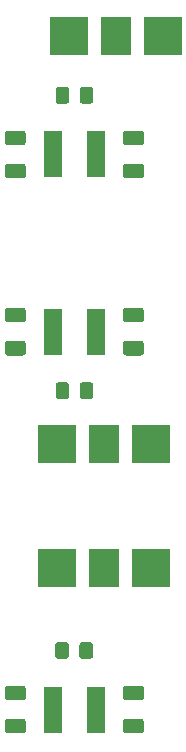
<source format=gbr>
G04 #@! TF.GenerationSoftware,KiCad,Pcbnew,(5.1.5)-3*
G04 #@! TF.CreationDate,2020-06-27T22:24:07+10:00*
G04 #@! TF.ProjectId,external_psu,65787465-726e-4616-9c5f-7073752e6b69,1.0.0*
G04 #@! TF.SameCoordinates,Original*
G04 #@! TF.FileFunction,Paste,Top*
G04 #@! TF.FilePolarity,Positive*
%FSLAX46Y46*%
G04 Gerber Fmt 4.6, Leading zero omitted, Abs format (unit mm)*
G04 Created by KiCad (PCBNEW (5.1.5)-3) date 2020-06-27 22:24:07*
%MOMM*%
%LPD*%
G04 APERTURE LIST*
%ADD10C,0.100000*%
%ADD11R,3.180000X3.180000*%
%ADD12R,2.590000X3.180000*%
%ADD13R,1.498600X3.987800*%
G04 APERTURE END LIST*
D10*
G36*
X172649504Y-68276204D02*
G01*
X172673773Y-68279804D01*
X172697571Y-68285765D01*
X172720671Y-68294030D01*
X172742849Y-68304520D01*
X172763893Y-68317133D01*
X172783598Y-68331747D01*
X172801777Y-68348223D01*
X172818253Y-68366402D01*
X172832867Y-68386107D01*
X172845480Y-68407151D01*
X172855970Y-68429329D01*
X172864235Y-68452429D01*
X172870196Y-68476227D01*
X172873796Y-68500496D01*
X172875000Y-68525000D01*
X172875000Y-69275000D01*
X172873796Y-69299504D01*
X172870196Y-69323773D01*
X172864235Y-69347571D01*
X172855970Y-69370671D01*
X172845480Y-69392849D01*
X172832867Y-69413893D01*
X172818253Y-69433598D01*
X172801777Y-69451777D01*
X172783598Y-69468253D01*
X172763893Y-69482867D01*
X172742849Y-69495480D01*
X172720671Y-69505970D01*
X172697571Y-69514235D01*
X172673773Y-69520196D01*
X172649504Y-69523796D01*
X172625000Y-69525000D01*
X171375000Y-69525000D01*
X171350496Y-69523796D01*
X171326227Y-69520196D01*
X171302429Y-69514235D01*
X171279329Y-69505970D01*
X171257151Y-69495480D01*
X171236107Y-69482867D01*
X171216402Y-69468253D01*
X171198223Y-69451777D01*
X171181747Y-69433598D01*
X171167133Y-69413893D01*
X171154520Y-69392849D01*
X171144030Y-69370671D01*
X171135765Y-69347571D01*
X171129804Y-69323773D01*
X171126204Y-69299504D01*
X171125000Y-69275000D01*
X171125000Y-68525000D01*
X171126204Y-68500496D01*
X171129804Y-68476227D01*
X171135765Y-68452429D01*
X171144030Y-68429329D01*
X171154520Y-68407151D01*
X171167133Y-68386107D01*
X171181747Y-68366402D01*
X171198223Y-68348223D01*
X171216402Y-68331747D01*
X171236107Y-68317133D01*
X171257151Y-68304520D01*
X171279329Y-68294030D01*
X171302429Y-68285765D01*
X171326227Y-68279804D01*
X171350496Y-68276204D01*
X171375000Y-68275000D01*
X172625000Y-68275000D01*
X172649504Y-68276204D01*
G37*
G36*
X172649504Y-65476204D02*
G01*
X172673773Y-65479804D01*
X172697571Y-65485765D01*
X172720671Y-65494030D01*
X172742849Y-65504520D01*
X172763893Y-65517133D01*
X172783598Y-65531747D01*
X172801777Y-65548223D01*
X172818253Y-65566402D01*
X172832867Y-65586107D01*
X172845480Y-65607151D01*
X172855970Y-65629329D01*
X172864235Y-65652429D01*
X172870196Y-65676227D01*
X172873796Y-65700496D01*
X172875000Y-65725000D01*
X172875000Y-66475000D01*
X172873796Y-66499504D01*
X172870196Y-66523773D01*
X172864235Y-66547571D01*
X172855970Y-66570671D01*
X172845480Y-66592849D01*
X172832867Y-66613893D01*
X172818253Y-66633598D01*
X172801777Y-66651777D01*
X172783598Y-66668253D01*
X172763893Y-66682867D01*
X172742849Y-66695480D01*
X172720671Y-66705970D01*
X172697571Y-66714235D01*
X172673773Y-66720196D01*
X172649504Y-66723796D01*
X172625000Y-66725000D01*
X171375000Y-66725000D01*
X171350496Y-66723796D01*
X171326227Y-66720196D01*
X171302429Y-66714235D01*
X171279329Y-66705970D01*
X171257151Y-66695480D01*
X171236107Y-66682867D01*
X171216402Y-66668253D01*
X171198223Y-66651777D01*
X171181747Y-66633598D01*
X171167133Y-66613893D01*
X171154520Y-66592849D01*
X171144030Y-66570671D01*
X171135765Y-66547571D01*
X171129804Y-66523773D01*
X171126204Y-66499504D01*
X171125000Y-66475000D01*
X171125000Y-65725000D01*
X171126204Y-65700496D01*
X171129804Y-65676227D01*
X171135765Y-65652429D01*
X171144030Y-65629329D01*
X171154520Y-65607151D01*
X171167133Y-65586107D01*
X171181747Y-65566402D01*
X171198223Y-65548223D01*
X171216402Y-65531747D01*
X171236107Y-65517133D01*
X171257151Y-65504520D01*
X171279329Y-65494030D01*
X171302429Y-65485765D01*
X171326227Y-65479804D01*
X171350496Y-65476204D01*
X171375000Y-65475000D01*
X172625000Y-65475000D01*
X172649504Y-65476204D01*
G37*
G36*
X172649504Y-83276204D02*
G01*
X172673773Y-83279804D01*
X172697571Y-83285765D01*
X172720671Y-83294030D01*
X172742849Y-83304520D01*
X172763893Y-83317133D01*
X172783598Y-83331747D01*
X172801777Y-83348223D01*
X172818253Y-83366402D01*
X172832867Y-83386107D01*
X172845480Y-83407151D01*
X172855970Y-83429329D01*
X172864235Y-83452429D01*
X172870196Y-83476227D01*
X172873796Y-83500496D01*
X172875000Y-83525000D01*
X172875000Y-84275000D01*
X172873796Y-84299504D01*
X172870196Y-84323773D01*
X172864235Y-84347571D01*
X172855970Y-84370671D01*
X172845480Y-84392849D01*
X172832867Y-84413893D01*
X172818253Y-84433598D01*
X172801777Y-84451777D01*
X172783598Y-84468253D01*
X172763893Y-84482867D01*
X172742849Y-84495480D01*
X172720671Y-84505970D01*
X172697571Y-84514235D01*
X172673773Y-84520196D01*
X172649504Y-84523796D01*
X172625000Y-84525000D01*
X171375000Y-84525000D01*
X171350496Y-84523796D01*
X171326227Y-84520196D01*
X171302429Y-84514235D01*
X171279329Y-84505970D01*
X171257151Y-84495480D01*
X171236107Y-84482867D01*
X171216402Y-84468253D01*
X171198223Y-84451777D01*
X171181747Y-84433598D01*
X171167133Y-84413893D01*
X171154520Y-84392849D01*
X171144030Y-84370671D01*
X171135765Y-84347571D01*
X171129804Y-84323773D01*
X171126204Y-84299504D01*
X171125000Y-84275000D01*
X171125000Y-83525000D01*
X171126204Y-83500496D01*
X171129804Y-83476227D01*
X171135765Y-83452429D01*
X171144030Y-83429329D01*
X171154520Y-83407151D01*
X171167133Y-83386107D01*
X171181747Y-83366402D01*
X171198223Y-83348223D01*
X171216402Y-83331747D01*
X171236107Y-83317133D01*
X171257151Y-83304520D01*
X171279329Y-83294030D01*
X171302429Y-83285765D01*
X171326227Y-83279804D01*
X171350496Y-83276204D01*
X171375000Y-83275000D01*
X172625000Y-83275000D01*
X172649504Y-83276204D01*
G37*
G36*
X172649504Y-80476204D02*
G01*
X172673773Y-80479804D01*
X172697571Y-80485765D01*
X172720671Y-80494030D01*
X172742849Y-80504520D01*
X172763893Y-80517133D01*
X172783598Y-80531747D01*
X172801777Y-80548223D01*
X172818253Y-80566402D01*
X172832867Y-80586107D01*
X172845480Y-80607151D01*
X172855970Y-80629329D01*
X172864235Y-80652429D01*
X172870196Y-80676227D01*
X172873796Y-80700496D01*
X172875000Y-80725000D01*
X172875000Y-81475000D01*
X172873796Y-81499504D01*
X172870196Y-81523773D01*
X172864235Y-81547571D01*
X172855970Y-81570671D01*
X172845480Y-81592849D01*
X172832867Y-81613893D01*
X172818253Y-81633598D01*
X172801777Y-81651777D01*
X172783598Y-81668253D01*
X172763893Y-81682867D01*
X172742849Y-81695480D01*
X172720671Y-81705970D01*
X172697571Y-81714235D01*
X172673773Y-81720196D01*
X172649504Y-81723796D01*
X172625000Y-81725000D01*
X171375000Y-81725000D01*
X171350496Y-81723796D01*
X171326227Y-81720196D01*
X171302429Y-81714235D01*
X171279329Y-81705970D01*
X171257151Y-81695480D01*
X171236107Y-81682867D01*
X171216402Y-81668253D01*
X171198223Y-81651777D01*
X171181747Y-81633598D01*
X171167133Y-81613893D01*
X171154520Y-81592849D01*
X171144030Y-81570671D01*
X171135765Y-81547571D01*
X171129804Y-81523773D01*
X171126204Y-81499504D01*
X171125000Y-81475000D01*
X171125000Y-80725000D01*
X171126204Y-80700496D01*
X171129804Y-80676227D01*
X171135765Y-80652429D01*
X171144030Y-80629329D01*
X171154520Y-80607151D01*
X171167133Y-80586107D01*
X171181747Y-80566402D01*
X171198223Y-80548223D01*
X171216402Y-80531747D01*
X171236107Y-80517133D01*
X171257151Y-80504520D01*
X171279329Y-80494030D01*
X171302429Y-80485765D01*
X171326227Y-80479804D01*
X171350496Y-80476204D01*
X171375000Y-80475000D01*
X172625000Y-80475000D01*
X172649504Y-80476204D01*
G37*
G36*
X172649504Y-115276204D02*
G01*
X172673773Y-115279804D01*
X172697571Y-115285765D01*
X172720671Y-115294030D01*
X172742849Y-115304520D01*
X172763893Y-115317133D01*
X172783598Y-115331747D01*
X172801777Y-115348223D01*
X172818253Y-115366402D01*
X172832867Y-115386107D01*
X172845480Y-115407151D01*
X172855970Y-115429329D01*
X172864235Y-115452429D01*
X172870196Y-115476227D01*
X172873796Y-115500496D01*
X172875000Y-115525000D01*
X172875000Y-116275000D01*
X172873796Y-116299504D01*
X172870196Y-116323773D01*
X172864235Y-116347571D01*
X172855970Y-116370671D01*
X172845480Y-116392849D01*
X172832867Y-116413893D01*
X172818253Y-116433598D01*
X172801777Y-116451777D01*
X172783598Y-116468253D01*
X172763893Y-116482867D01*
X172742849Y-116495480D01*
X172720671Y-116505970D01*
X172697571Y-116514235D01*
X172673773Y-116520196D01*
X172649504Y-116523796D01*
X172625000Y-116525000D01*
X171375000Y-116525000D01*
X171350496Y-116523796D01*
X171326227Y-116520196D01*
X171302429Y-116514235D01*
X171279329Y-116505970D01*
X171257151Y-116495480D01*
X171236107Y-116482867D01*
X171216402Y-116468253D01*
X171198223Y-116451777D01*
X171181747Y-116433598D01*
X171167133Y-116413893D01*
X171154520Y-116392849D01*
X171144030Y-116370671D01*
X171135765Y-116347571D01*
X171129804Y-116323773D01*
X171126204Y-116299504D01*
X171125000Y-116275000D01*
X171125000Y-115525000D01*
X171126204Y-115500496D01*
X171129804Y-115476227D01*
X171135765Y-115452429D01*
X171144030Y-115429329D01*
X171154520Y-115407151D01*
X171167133Y-115386107D01*
X171181747Y-115366402D01*
X171198223Y-115348223D01*
X171216402Y-115331747D01*
X171236107Y-115317133D01*
X171257151Y-115304520D01*
X171279329Y-115294030D01*
X171302429Y-115285765D01*
X171326227Y-115279804D01*
X171350496Y-115276204D01*
X171375000Y-115275000D01*
X172625000Y-115275000D01*
X172649504Y-115276204D01*
G37*
G36*
X172649504Y-112476204D02*
G01*
X172673773Y-112479804D01*
X172697571Y-112485765D01*
X172720671Y-112494030D01*
X172742849Y-112504520D01*
X172763893Y-112517133D01*
X172783598Y-112531747D01*
X172801777Y-112548223D01*
X172818253Y-112566402D01*
X172832867Y-112586107D01*
X172845480Y-112607151D01*
X172855970Y-112629329D01*
X172864235Y-112652429D01*
X172870196Y-112676227D01*
X172873796Y-112700496D01*
X172875000Y-112725000D01*
X172875000Y-113475000D01*
X172873796Y-113499504D01*
X172870196Y-113523773D01*
X172864235Y-113547571D01*
X172855970Y-113570671D01*
X172845480Y-113592849D01*
X172832867Y-113613893D01*
X172818253Y-113633598D01*
X172801777Y-113651777D01*
X172783598Y-113668253D01*
X172763893Y-113682867D01*
X172742849Y-113695480D01*
X172720671Y-113705970D01*
X172697571Y-113714235D01*
X172673773Y-113720196D01*
X172649504Y-113723796D01*
X172625000Y-113725000D01*
X171375000Y-113725000D01*
X171350496Y-113723796D01*
X171326227Y-113720196D01*
X171302429Y-113714235D01*
X171279329Y-113705970D01*
X171257151Y-113695480D01*
X171236107Y-113682867D01*
X171216402Y-113668253D01*
X171198223Y-113651777D01*
X171181747Y-113633598D01*
X171167133Y-113613893D01*
X171154520Y-113592849D01*
X171144030Y-113570671D01*
X171135765Y-113547571D01*
X171129804Y-113523773D01*
X171126204Y-113499504D01*
X171125000Y-113475000D01*
X171125000Y-112725000D01*
X171126204Y-112700496D01*
X171129804Y-112676227D01*
X171135765Y-112652429D01*
X171144030Y-112629329D01*
X171154520Y-112607151D01*
X171167133Y-112586107D01*
X171181747Y-112566402D01*
X171198223Y-112548223D01*
X171216402Y-112531747D01*
X171236107Y-112517133D01*
X171257151Y-112504520D01*
X171279329Y-112494030D01*
X171302429Y-112485765D01*
X171326227Y-112479804D01*
X171350496Y-112476204D01*
X171375000Y-112475000D01*
X172625000Y-112475000D01*
X172649504Y-112476204D01*
G37*
G36*
X178374505Y-61801204D02*
G01*
X178398773Y-61804804D01*
X178422572Y-61810765D01*
X178445671Y-61819030D01*
X178467850Y-61829520D01*
X178488893Y-61842132D01*
X178508599Y-61856747D01*
X178526777Y-61873223D01*
X178543253Y-61891401D01*
X178557868Y-61911107D01*
X178570480Y-61932150D01*
X178580970Y-61954329D01*
X178589235Y-61977428D01*
X178595196Y-62001227D01*
X178598796Y-62025495D01*
X178600000Y-62049999D01*
X178600000Y-62950001D01*
X178598796Y-62974505D01*
X178595196Y-62998773D01*
X178589235Y-63022572D01*
X178580970Y-63045671D01*
X178570480Y-63067850D01*
X178557868Y-63088893D01*
X178543253Y-63108599D01*
X178526777Y-63126777D01*
X178508599Y-63143253D01*
X178488893Y-63157868D01*
X178467850Y-63170480D01*
X178445671Y-63180970D01*
X178422572Y-63189235D01*
X178398773Y-63195196D01*
X178374505Y-63198796D01*
X178350001Y-63200000D01*
X177699999Y-63200000D01*
X177675495Y-63198796D01*
X177651227Y-63195196D01*
X177627428Y-63189235D01*
X177604329Y-63180970D01*
X177582150Y-63170480D01*
X177561107Y-63157868D01*
X177541401Y-63143253D01*
X177523223Y-63126777D01*
X177506747Y-63108599D01*
X177492132Y-63088893D01*
X177479520Y-63067850D01*
X177469030Y-63045671D01*
X177460765Y-63022572D01*
X177454804Y-62998773D01*
X177451204Y-62974505D01*
X177450000Y-62950001D01*
X177450000Y-62049999D01*
X177451204Y-62025495D01*
X177454804Y-62001227D01*
X177460765Y-61977428D01*
X177469030Y-61954329D01*
X177479520Y-61932150D01*
X177492132Y-61911107D01*
X177506747Y-61891401D01*
X177523223Y-61873223D01*
X177541401Y-61856747D01*
X177561107Y-61842132D01*
X177582150Y-61829520D01*
X177604329Y-61819030D01*
X177627428Y-61810765D01*
X177651227Y-61804804D01*
X177675495Y-61801204D01*
X177699999Y-61800000D01*
X178350001Y-61800000D01*
X178374505Y-61801204D01*
G37*
G36*
X176324505Y-61801204D02*
G01*
X176348773Y-61804804D01*
X176372572Y-61810765D01*
X176395671Y-61819030D01*
X176417850Y-61829520D01*
X176438893Y-61842132D01*
X176458599Y-61856747D01*
X176476777Y-61873223D01*
X176493253Y-61891401D01*
X176507868Y-61911107D01*
X176520480Y-61932150D01*
X176530970Y-61954329D01*
X176539235Y-61977428D01*
X176545196Y-62001227D01*
X176548796Y-62025495D01*
X176550000Y-62049999D01*
X176550000Y-62950001D01*
X176548796Y-62974505D01*
X176545196Y-62998773D01*
X176539235Y-63022572D01*
X176530970Y-63045671D01*
X176520480Y-63067850D01*
X176507868Y-63088893D01*
X176493253Y-63108599D01*
X176476777Y-63126777D01*
X176458599Y-63143253D01*
X176438893Y-63157868D01*
X176417850Y-63170480D01*
X176395671Y-63180970D01*
X176372572Y-63189235D01*
X176348773Y-63195196D01*
X176324505Y-63198796D01*
X176300001Y-63200000D01*
X175649999Y-63200000D01*
X175625495Y-63198796D01*
X175601227Y-63195196D01*
X175577428Y-63189235D01*
X175554329Y-63180970D01*
X175532150Y-63170480D01*
X175511107Y-63157868D01*
X175491401Y-63143253D01*
X175473223Y-63126777D01*
X175456747Y-63108599D01*
X175442132Y-63088893D01*
X175429520Y-63067850D01*
X175419030Y-63045671D01*
X175410765Y-63022572D01*
X175404804Y-62998773D01*
X175401204Y-62974505D01*
X175400000Y-62950001D01*
X175400000Y-62049999D01*
X175401204Y-62025495D01*
X175404804Y-62001227D01*
X175410765Y-61977428D01*
X175419030Y-61954329D01*
X175429520Y-61932150D01*
X175442132Y-61911107D01*
X175456747Y-61891401D01*
X175473223Y-61873223D01*
X175491401Y-61856747D01*
X175511107Y-61842132D01*
X175532150Y-61829520D01*
X175554329Y-61819030D01*
X175577428Y-61810765D01*
X175601227Y-61804804D01*
X175625495Y-61801204D01*
X175649999Y-61800000D01*
X176300001Y-61800000D01*
X176324505Y-61801204D01*
G37*
G36*
X176324505Y-86801204D02*
G01*
X176348773Y-86804804D01*
X176372572Y-86810765D01*
X176395671Y-86819030D01*
X176417850Y-86829520D01*
X176438893Y-86842132D01*
X176458599Y-86856747D01*
X176476777Y-86873223D01*
X176493253Y-86891401D01*
X176507868Y-86911107D01*
X176520480Y-86932150D01*
X176530970Y-86954329D01*
X176539235Y-86977428D01*
X176545196Y-87001227D01*
X176548796Y-87025495D01*
X176550000Y-87049999D01*
X176550000Y-87950001D01*
X176548796Y-87974505D01*
X176545196Y-87998773D01*
X176539235Y-88022572D01*
X176530970Y-88045671D01*
X176520480Y-88067850D01*
X176507868Y-88088893D01*
X176493253Y-88108599D01*
X176476777Y-88126777D01*
X176458599Y-88143253D01*
X176438893Y-88157868D01*
X176417850Y-88170480D01*
X176395671Y-88180970D01*
X176372572Y-88189235D01*
X176348773Y-88195196D01*
X176324505Y-88198796D01*
X176300001Y-88200000D01*
X175649999Y-88200000D01*
X175625495Y-88198796D01*
X175601227Y-88195196D01*
X175577428Y-88189235D01*
X175554329Y-88180970D01*
X175532150Y-88170480D01*
X175511107Y-88157868D01*
X175491401Y-88143253D01*
X175473223Y-88126777D01*
X175456747Y-88108599D01*
X175442132Y-88088893D01*
X175429520Y-88067850D01*
X175419030Y-88045671D01*
X175410765Y-88022572D01*
X175404804Y-87998773D01*
X175401204Y-87974505D01*
X175400000Y-87950001D01*
X175400000Y-87049999D01*
X175401204Y-87025495D01*
X175404804Y-87001227D01*
X175410765Y-86977428D01*
X175419030Y-86954329D01*
X175429520Y-86932150D01*
X175442132Y-86911107D01*
X175456747Y-86891401D01*
X175473223Y-86873223D01*
X175491401Y-86856747D01*
X175511107Y-86842132D01*
X175532150Y-86829520D01*
X175554329Y-86819030D01*
X175577428Y-86810765D01*
X175601227Y-86804804D01*
X175625495Y-86801204D01*
X175649999Y-86800000D01*
X176300001Y-86800000D01*
X176324505Y-86801204D01*
G37*
G36*
X178374505Y-86801204D02*
G01*
X178398773Y-86804804D01*
X178422572Y-86810765D01*
X178445671Y-86819030D01*
X178467850Y-86829520D01*
X178488893Y-86842132D01*
X178508599Y-86856747D01*
X178526777Y-86873223D01*
X178543253Y-86891401D01*
X178557868Y-86911107D01*
X178570480Y-86932150D01*
X178580970Y-86954329D01*
X178589235Y-86977428D01*
X178595196Y-87001227D01*
X178598796Y-87025495D01*
X178600000Y-87049999D01*
X178600000Y-87950001D01*
X178598796Y-87974505D01*
X178595196Y-87998773D01*
X178589235Y-88022572D01*
X178580970Y-88045671D01*
X178570480Y-88067850D01*
X178557868Y-88088893D01*
X178543253Y-88108599D01*
X178526777Y-88126777D01*
X178508599Y-88143253D01*
X178488893Y-88157868D01*
X178467850Y-88170480D01*
X178445671Y-88180970D01*
X178422572Y-88189235D01*
X178398773Y-88195196D01*
X178374505Y-88198796D01*
X178350001Y-88200000D01*
X177699999Y-88200000D01*
X177675495Y-88198796D01*
X177651227Y-88195196D01*
X177627428Y-88189235D01*
X177604329Y-88180970D01*
X177582150Y-88170480D01*
X177561107Y-88157868D01*
X177541401Y-88143253D01*
X177523223Y-88126777D01*
X177506747Y-88108599D01*
X177492132Y-88088893D01*
X177479520Y-88067850D01*
X177469030Y-88045671D01*
X177460765Y-88022572D01*
X177454804Y-87998773D01*
X177451204Y-87974505D01*
X177450000Y-87950001D01*
X177450000Y-87049999D01*
X177451204Y-87025495D01*
X177454804Y-87001227D01*
X177460765Y-86977428D01*
X177469030Y-86954329D01*
X177479520Y-86932150D01*
X177492132Y-86911107D01*
X177506747Y-86891401D01*
X177523223Y-86873223D01*
X177541401Y-86856747D01*
X177561107Y-86842132D01*
X177582150Y-86829520D01*
X177604329Y-86819030D01*
X177627428Y-86810765D01*
X177651227Y-86804804D01*
X177675495Y-86801204D01*
X177699999Y-86800000D01*
X178350001Y-86800000D01*
X178374505Y-86801204D01*
G37*
G36*
X176299505Y-108801204D02*
G01*
X176323773Y-108804804D01*
X176347572Y-108810765D01*
X176370671Y-108819030D01*
X176392850Y-108829520D01*
X176413893Y-108842132D01*
X176433599Y-108856747D01*
X176451777Y-108873223D01*
X176468253Y-108891401D01*
X176482868Y-108911107D01*
X176495480Y-108932150D01*
X176505970Y-108954329D01*
X176514235Y-108977428D01*
X176520196Y-109001227D01*
X176523796Y-109025495D01*
X176525000Y-109049999D01*
X176525000Y-109950001D01*
X176523796Y-109974505D01*
X176520196Y-109998773D01*
X176514235Y-110022572D01*
X176505970Y-110045671D01*
X176495480Y-110067850D01*
X176482868Y-110088893D01*
X176468253Y-110108599D01*
X176451777Y-110126777D01*
X176433599Y-110143253D01*
X176413893Y-110157868D01*
X176392850Y-110170480D01*
X176370671Y-110180970D01*
X176347572Y-110189235D01*
X176323773Y-110195196D01*
X176299505Y-110198796D01*
X176275001Y-110200000D01*
X175624999Y-110200000D01*
X175600495Y-110198796D01*
X175576227Y-110195196D01*
X175552428Y-110189235D01*
X175529329Y-110180970D01*
X175507150Y-110170480D01*
X175486107Y-110157868D01*
X175466401Y-110143253D01*
X175448223Y-110126777D01*
X175431747Y-110108599D01*
X175417132Y-110088893D01*
X175404520Y-110067850D01*
X175394030Y-110045671D01*
X175385765Y-110022572D01*
X175379804Y-109998773D01*
X175376204Y-109974505D01*
X175375000Y-109950001D01*
X175375000Y-109049999D01*
X175376204Y-109025495D01*
X175379804Y-109001227D01*
X175385765Y-108977428D01*
X175394030Y-108954329D01*
X175404520Y-108932150D01*
X175417132Y-108911107D01*
X175431747Y-108891401D01*
X175448223Y-108873223D01*
X175466401Y-108856747D01*
X175486107Y-108842132D01*
X175507150Y-108829520D01*
X175529329Y-108819030D01*
X175552428Y-108810765D01*
X175576227Y-108804804D01*
X175600495Y-108801204D01*
X175624999Y-108800000D01*
X176275001Y-108800000D01*
X176299505Y-108801204D01*
G37*
G36*
X178349505Y-108801204D02*
G01*
X178373773Y-108804804D01*
X178397572Y-108810765D01*
X178420671Y-108819030D01*
X178442850Y-108829520D01*
X178463893Y-108842132D01*
X178483599Y-108856747D01*
X178501777Y-108873223D01*
X178518253Y-108891401D01*
X178532868Y-108911107D01*
X178545480Y-108932150D01*
X178555970Y-108954329D01*
X178564235Y-108977428D01*
X178570196Y-109001227D01*
X178573796Y-109025495D01*
X178575000Y-109049999D01*
X178575000Y-109950001D01*
X178573796Y-109974505D01*
X178570196Y-109998773D01*
X178564235Y-110022572D01*
X178555970Y-110045671D01*
X178545480Y-110067850D01*
X178532868Y-110088893D01*
X178518253Y-110108599D01*
X178501777Y-110126777D01*
X178483599Y-110143253D01*
X178463893Y-110157868D01*
X178442850Y-110170480D01*
X178420671Y-110180970D01*
X178397572Y-110189235D01*
X178373773Y-110195196D01*
X178349505Y-110198796D01*
X178325001Y-110200000D01*
X177674999Y-110200000D01*
X177650495Y-110198796D01*
X177626227Y-110195196D01*
X177602428Y-110189235D01*
X177579329Y-110180970D01*
X177557150Y-110170480D01*
X177536107Y-110157868D01*
X177516401Y-110143253D01*
X177498223Y-110126777D01*
X177481747Y-110108599D01*
X177467132Y-110088893D01*
X177454520Y-110067850D01*
X177444030Y-110045671D01*
X177435765Y-110022572D01*
X177429804Y-109998773D01*
X177426204Y-109974505D01*
X177425000Y-109950001D01*
X177425000Y-109049999D01*
X177426204Y-109025495D01*
X177429804Y-109001227D01*
X177435765Y-108977428D01*
X177444030Y-108954329D01*
X177454520Y-108932150D01*
X177467132Y-108911107D01*
X177481747Y-108891401D01*
X177498223Y-108873223D01*
X177516401Y-108856747D01*
X177536107Y-108842132D01*
X177557150Y-108829520D01*
X177579329Y-108819030D01*
X177602428Y-108810765D01*
X177626227Y-108804804D01*
X177650495Y-108801204D01*
X177674999Y-108800000D01*
X178325001Y-108800000D01*
X178349505Y-108801204D01*
G37*
G36*
X182649504Y-68276204D02*
G01*
X182673773Y-68279804D01*
X182697571Y-68285765D01*
X182720671Y-68294030D01*
X182742849Y-68304520D01*
X182763893Y-68317133D01*
X182783598Y-68331747D01*
X182801777Y-68348223D01*
X182818253Y-68366402D01*
X182832867Y-68386107D01*
X182845480Y-68407151D01*
X182855970Y-68429329D01*
X182864235Y-68452429D01*
X182870196Y-68476227D01*
X182873796Y-68500496D01*
X182875000Y-68525000D01*
X182875000Y-69275000D01*
X182873796Y-69299504D01*
X182870196Y-69323773D01*
X182864235Y-69347571D01*
X182855970Y-69370671D01*
X182845480Y-69392849D01*
X182832867Y-69413893D01*
X182818253Y-69433598D01*
X182801777Y-69451777D01*
X182783598Y-69468253D01*
X182763893Y-69482867D01*
X182742849Y-69495480D01*
X182720671Y-69505970D01*
X182697571Y-69514235D01*
X182673773Y-69520196D01*
X182649504Y-69523796D01*
X182625000Y-69525000D01*
X181375000Y-69525000D01*
X181350496Y-69523796D01*
X181326227Y-69520196D01*
X181302429Y-69514235D01*
X181279329Y-69505970D01*
X181257151Y-69495480D01*
X181236107Y-69482867D01*
X181216402Y-69468253D01*
X181198223Y-69451777D01*
X181181747Y-69433598D01*
X181167133Y-69413893D01*
X181154520Y-69392849D01*
X181144030Y-69370671D01*
X181135765Y-69347571D01*
X181129804Y-69323773D01*
X181126204Y-69299504D01*
X181125000Y-69275000D01*
X181125000Y-68525000D01*
X181126204Y-68500496D01*
X181129804Y-68476227D01*
X181135765Y-68452429D01*
X181144030Y-68429329D01*
X181154520Y-68407151D01*
X181167133Y-68386107D01*
X181181747Y-68366402D01*
X181198223Y-68348223D01*
X181216402Y-68331747D01*
X181236107Y-68317133D01*
X181257151Y-68304520D01*
X181279329Y-68294030D01*
X181302429Y-68285765D01*
X181326227Y-68279804D01*
X181350496Y-68276204D01*
X181375000Y-68275000D01*
X182625000Y-68275000D01*
X182649504Y-68276204D01*
G37*
G36*
X182649504Y-65476204D02*
G01*
X182673773Y-65479804D01*
X182697571Y-65485765D01*
X182720671Y-65494030D01*
X182742849Y-65504520D01*
X182763893Y-65517133D01*
X182783598Y-65531747D01*
X182801777Y-65548223D01*
X182818253Y-65566402D01*
X182832867Y-65586107D01*
X182845480Y-65607151D01*
X182855970Y-65629329D01*
X182864235Y-65652429D01*
X182870196Y-65676227D01*
X182873796Y-65700496D01*
X182875000Y-65725000D01*
X182875000Y-66475000D01*
X182873796Y-66499504D01*
X182870196Y-66523773D01*
X182864235Y-66547571D01*
X182855970Y-66570671D01*
X182845480Y-66592849D01*
X182832867Y-66613893D01*
X182818253Y-66633598D01*
X182801777Y-66651777D01*
X182783598Y-66668253D01*
X182763893Y-66682867D01*
X182742849Y-66695480D01*
X182720671Y-66705970D01*
X182697571Y-66714235D01*
X182673773Y-66720196D01*
X182649504Y-66723796D01*
X182625000Y-66725000D01*
X181375000Y-66725000D01*
X181350496Y-66723796D01*
X181326227Y-66720196D01*
X181302429Y-66714235D01*
X181279329Y-66705970D01*
X181257151Y-66695480D01*
X181236107Y-66682867D01*
X181216402Y-66668253D01*
X181198223Y-66651777D01*
X181181747Y-66633598D01*
X181167133Y-66613893D01*
X181154520Y-66592849D01*
X181144030Y-66570671D01*
X181135765Y-66547571D01*
X181129804Y-66523773D01*
X181126204Y-66499504D01*
X181125000Y-66475000D01*
X181125000Y-65725000D01*
X181126204Y-65700496D01*
X181129804Y-65676227D01*
X181135765Y-65652429D01*
X181144030Y-65629329D01*
X181154520Y-65607151D01*
X181167133Y-65586107D01*
X181181747Y-65566402D01*
X181198223Y-65548223D01*
X181216402Y-65531747D01*
X181236107Y-65517133D01*
X181257151Y-65504520D01*
X181279329Y-65494030D01*
X181302429Y-65485765D01*
X181326227Y-65479804D01*
X181350496Y-65476204D01*
X181375000Y-65475000D01*
X182625000Y-65475000D01*
X182649504Y-65476204D01*
G37*
G36*
X182649504Y-83276204D02*
G01*
X182673773Y-83279804D01*
X182697571Y-83285765D01*
X182720671Y-83294030D01*
X182742849Y-83304520D01*
X182763893Y-83317133D01*
X182783598Y-83331747D01*
X182801777Y-83348223D01*
X182818253Y-83366402D01*
X182832867Y-83386107D01*
X182845480Y-83407151D01*
X182855970Y-83429329D01*
X182864235Y-83452429D01*
X182870196Y-83476227D01*
X182873796Y-83500496D01*
X182875000Y-83525000D01*
X182875000Y-84275000D01*
X182873796Y-84299504D01*
X182870196Y-84323773D01*
X182864235Y-84347571D01*
X182855970Y-84370671D01*
X182845480Y-84392849D01*
X182832867Y-84413893D01*
X182818253Y-84433598D01*
X182801777Y-84451777D01*
X182783598Y-84468253D01*
X182763893Y-84482867D01*
X182742849Y-84495480D01*
X182720671Y-84505970D01*
X182697571Y-84514235D01*
X182673773Y-84520196D01*
X182649504Y-84523796D01*
X182625000Y-84525000D01*
X181375000Y-84525000D01*
X181350496Y-84523796D01*
X181326227Y-84520196D01*
X181302429Y-84514235D01*
X181279329Y-84505970D01*
X181257151Y-84495480D01*
X181236107Y-84482867D01*
X181216402Y-84468253D01*
X181198223Y-84451777D01*
X181181747Y-84433598D01*
X181167133Y-84413893D01*
X181154520Y-84392849D01*
X181144030Y-84370671D01*
X181135765Y-84347571D01*
X181129804Y-84323773D01*
X181126204Y-84299504D01*
X181125000Y-84275000D01*
X181125000Y-83525000D01*
X181126204Y-83500496D01*
X181129804Y-83476227D01*
X181135765Y-83452429D01*
X181144030Y-83429329D01*
X181154520Y-83407151D01*
X181167133Y-83386107D01*
X181181747Y-83366402D01*
X181198223Y-83348223D01*
X181216402Y-83331747D01*
X181236107Y-83317133D01*
X181257151Y-83304520D01*
X181279329Y-83294030D01*
X181302429Y-83285765D01*
X181326227Y-83279804D01*
X181350496Y-83276204D01*
X181375000Y-83275000D01*
X182625000Y-83275000D01*
X182649504Y-83276204D01*
G37*
G36*
X182649504Y-80476204D02*
G01*
X182673773Y-80479804D01*
X182697571Y-80485765D01*
X182720671Y-80494030D01*
X182742849Y-80504520D01*
X182763893Y-80517133D01*
X182783598Y-80531747D01*
X182801777Y-80548223D01*
X182818253Y-80566402D01*
X182832867Y-80586107D01*
X182845480Y-80607151D01*
X182855970Y-80629329D01*
X182864235Y-80652429D01*
X182870196Y-80676227D01*
X182873796Y-80700496D01*
X182875000Y-80725000D01*
X182875000Y-81475000D01*
X182873796Y-81499504D01*
X182870196Y-81523773D01*
X182864235Y-81547571D01*
X182855970Y-81570671D01*
X182845480Y-81592849D01*
X182832867Y-81613893D01*
X182818253Y-81633598D01*
X182801777Y-81651777D01*
X182783598Y-81668253D01*
X182763893Y-81682867D01*
X182742849Y-81695480D01*
X182720671Y-81705970D01*
X182697571Y-81714235D01*
X182673773Y-81720196D01*
X182649504Y-81723796D01*
X182625000Y-81725000D01*
X181375000Y-81725000D01*
X181350496Y-81723796D01*
X181326227Y-81720196D01*
X181302429Y-81714235D01*
X181279329Y-81705970D01*
X181257151Y-81695480D01*
X181236107Y-81682867D01*
X181216402Y-81668253D01*
X181198223Y-81651777D01*
X181181747Y-81633598D01*
X181167133Y-81613893D01*
X181154520Y-81592849D01*
X181144030Y-81570671D01*
X181135765Y-81547571D01*
X181129804Y-81523773D01*
X181126204Y-81499504D01*
X181125000Y-81475000D01*
X181125000Y-80725000D01*
X181126204Y-80700496D01*
X181129804Y-80676227D01*
X181135765Y-80652429D01*
X181144030Y-80629329D01*
X181154520Y-80607151D01*
X181167133Y-80586107D01*
X181181747Y-80566402D01*
X181198223Y-80548223D01*
X181216402Y-80531747D01*
X181236107Y-80517133D01*
X181257151Y-80504520D01*
X181279329Y-80494030D01*
X181302429Y-80485765D01*
X181326227Y-80479804D01*
X181350496Y-80476204D01*
X181375000Y-80475000D01*
X182625000Y-80475000D01*
X182649504Y-80476204D01*
G37*
G36*
X182649504Y-112476204D02*
G01*
X182673773Y-112479804D01*
X182697571Y-112485765D01*
X182720671Y-112494030D01*
X182742849Y-112504520D01*
X182763893Y-112517133D01*
X182783598Y-112531747D01*
X182801777Y-112548223D01*
X182818253Y-112566402D01*
X182832867Y-112586107D01*
X182845480Y-112607151D01*
X182855970Y-112629329D01*
X182864235Y-112652429D01*
X182870196Y-112676227D01*
X182873796Y-112700496D01*
X182875000Y-112725000D01*
X182875000Y-113475000D01*
X182873796Y-113499504D01*
X182870196Y-113523773D01*
X182864235Y-113547571D01*
X182855970Y-113570671D01*
X182845480Y-113592849D01*
X182832867Y-113613893D01*
X182818253Y-113633598D01*
X182801777Y-113651777D01*
X182783598Y-113668253D01*
X182763893Y-113682867D01*
X182742849Y-113695480D01*
X182720671Y-113705970D01*
X182697571Y-113714235D01*
X182673773Y-113720196D01*
X182649504Y-113723796D01*
X182625000Y-113725000D01*
X181375000Y-113725000D01*
X181350496Y-113723796D01*
X181326227Y-113720196D01*
X181302429Y-113714235D01*
X181279329Y-113705970D01*
X181257151Y-113695480D01*
X181236107Y-113682867D01*
X181216402Y-113668253D01*
X181198223Y-113651777D01*
X181181747Y-113633598D01*
X181167133Y-113613893D01*
X181154520Y-113592849D01*
X181144030Y-113570671D01*
X181135765Y-113547571D01*
X181129804Y-113523773D01*
X181126204Y-113499504D01*
X181125000Y-113475000D01*
X181125000Y-112725000D01*
X181126204Y-112700496D01*
X181129804Y-112676227D01*
X181135765Y-112652429D01*
X181144030Y-112629329D01*
X181154520Y-112607151D01*
X181167133Y-112586107D01*
X181181747Y-112566402D01*
X181198223Y-112548223D01*
X181216402Y-112531747D01*
X181236107Y-112517133D01*
X181257151Y-112504520D01*
X181279329Y-112494030D01*
X181302429Y-112485765D01*
X181326227Y-112479804D01*
X181350496Y-112476204D01*
X181375000Y-112475000D01*
X182625000Y-112475000D01*
X182649504Y-112476204D01*
G37*
G36*
X182649504Y-115276204D02*
G01*
X182673773Y-115279804D01*
X182697571Y-115285765D01*
X182720671Y-115294030D01*
X182742849Y-115304520D01*
X182763893Y-115317133D01*
X182783598Y-115331747D01*
X182801777Y-115348223D01*
X182818253Y-115366402D01*
X182832867Y-115386107D01*
X182845480Y-115407151D01*
X182855970Y-115429329D01*
X182864235Y-115452429D01*
X182870196Y-115476227D01*
X182873796Y-115500496D01*
X182875000Y-115525000D01*
X182875000Y-116275000D01*
X182873796Y-116299504D01*
X182870196Y-116323773D01*
X182864235Y-116347571D01*
X182855970Y-116370671D01*
X182845480Y-116392849D01*
X182832867Y-116413893D01*
X182818253Y-116433598D01*
X182801777Y-116451777D01*
X182783598Y-116468253D01*
X182763893Y-116482867D01*
X182742849Y-116495480D01*
X182720671Y-116505970D01*
X182697571Y-116514235D01*
X182673773Y-116520196D01*
X182649504Y-116523796D01*
X182625000Y-116525000D01*
X181375000Y-116525000D01*
X181350496Y-116523796D01*
X181326227Y-116520196D01*
X181302429Y-116514235D01*
X181279329Y-116505970D01*
X181257151Y-116495480D01*
X181236107Y-116482867D01*
X181216402Y-116468253D01*
X181198223Y-116451777D01*
X181181747Y-116433598D01*
X181167133Y-116413893D01*
X181154520Y-116392849D01*
X181144030Y-116370671D01*
X181135765Y-116347571D01*
X181129804Y-116323773D01*
X181126204Y-116299504D01*
X181125000Y-116275000D01*
X181125000Y-115525000D01*
X181126204Y-115500496D01*
X181129804Y-115476227D01*
X181135765Y-115452429D01*
X181144030Y-115429329D01*
X181154520Y-115407151D01*
X181167133Y-115386107D01*
X181181747Y-115366402D01*
X181198223Y-115348223D01*
X181216402Y-115331747D01*
X181236107Y-115317133D01*
X181257151Y-115304520D01*
X181279329Y-115294030D01*
X181302429Y-115285765D01*
X181326227Y-115279804D01*
X181350496Y-115276204D01*
X181375000Y-115275000D01*
X182625000Y-115275000D01*
X182649504Y-115276204D01*
G37*
D11*
X176525000Y-57500000D03*
D12*
X180500000Y-57500000D03*
D11*
X184475000Y-57500000D03*
X183475000Y-92000000D03*
D12*
X179500000Y-92000000D03*
D11*
X175525000Y-92000000D03*
X183475000Y-102500000D03*
D12*
X179500000Y-102500000D03*
D11*
X175525000Y-102500000D03*
D13*
X178803400Y-67500000D03*
X175196600Y-67500000D03*
X178803400Y-82500000D03*
X175196600Y-82500000D03*
X175196600Y-114500000D03*
X178803400Y-114500000D03*
M02*

</source>
